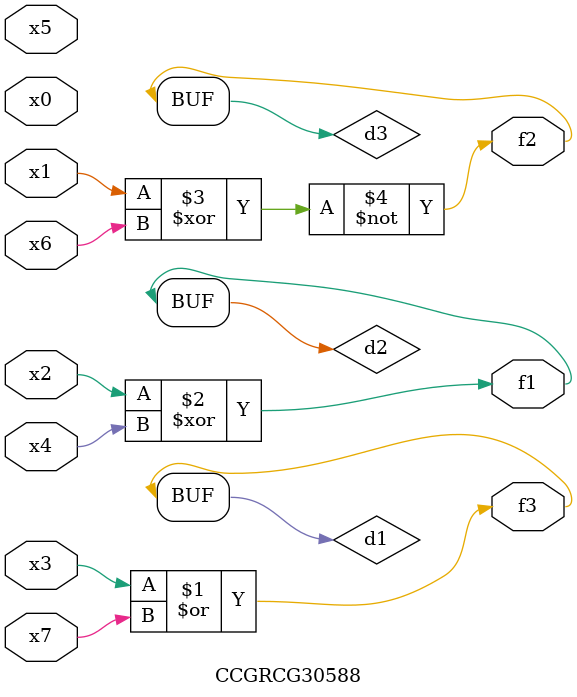
<source format=v>
module CCGRCG30588(
	input x0, x1, x2, x3, x4, x5, x6, x7,
	output f1, f2, f3
);

	wire d1, d2, d3;

	or (d1, x3, x7);
	xor (d2, x2, x4);
	xnor (d3, x1, x6);
	assign f1 = d2;
	assign f2 = d3;
	assign f3 = d1;
endmodule

</source>
